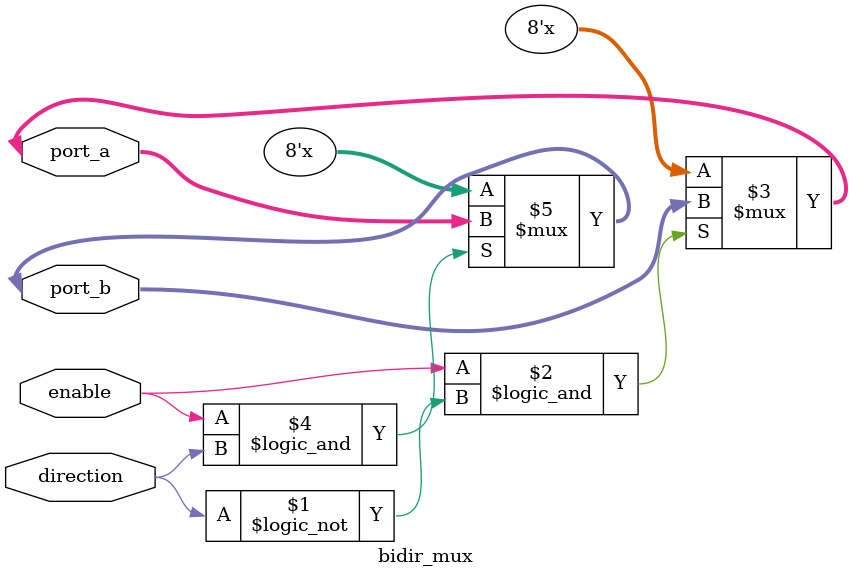
<source format=sv>
module bidir_mux(
    inout [7:0] port_a, port_b,
    input direction,
    input enable
);
    assign port_a = (enable && !direction) ? port_b : 8'bz;
    assign port_b = (enable && direction) ? port_a : 8'bz;
endmodule
</source>
